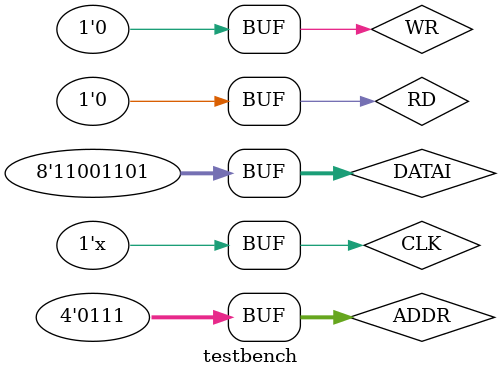
<source format=v>
`timescale 1 ps/ 1 ps

module testbench();

localparam D = 8;
localparam A = 4;

wire  SS;
wire  SCLK;
wire  MOSI;
wire  MISO;
wire  BUSY;

reg   CLK  = 0;
reg   WR   = 0;
reg   RD   = 0;

reg [D-1:0]   DATAI = 0;
reg [A-1:0]   ADDR = 0; 


always @(*) begin
    #50 CLK <= ~CLK;
end

initial begin
    #0 
    DATAI = 205;
    ADDR  = 7;
    #100 
    WR    = 1;
    #100 
    WR    = 0;

    #2000 
    ADDR  = 7;
    #100 
    RD    = 1;
    #100 
    RD    = 0;
end

SPI_MASTER #(.D(D), .A(A)) M(
    .CLOCK      (CLK),
    .DATAO      (),
    .DATAI      (DATAI),
    .ADDR       (ADDR),
    .WR         (WR),
    .RD         (RD),
    .BUSY       (BUSY),

    .SS         (SS),
    .SCLK       (SCLK),
    .MOSI       (MOSI),
    .MISO       (MISO)
);

SPI_SLAVE #(.D(D), .A(A)) S(
    .SS         (SS  ),
    .SCLK       (SCLK),
    .MOSI       (MOSI),
    .MISO       (MISO)
);

endmodule



</source>
